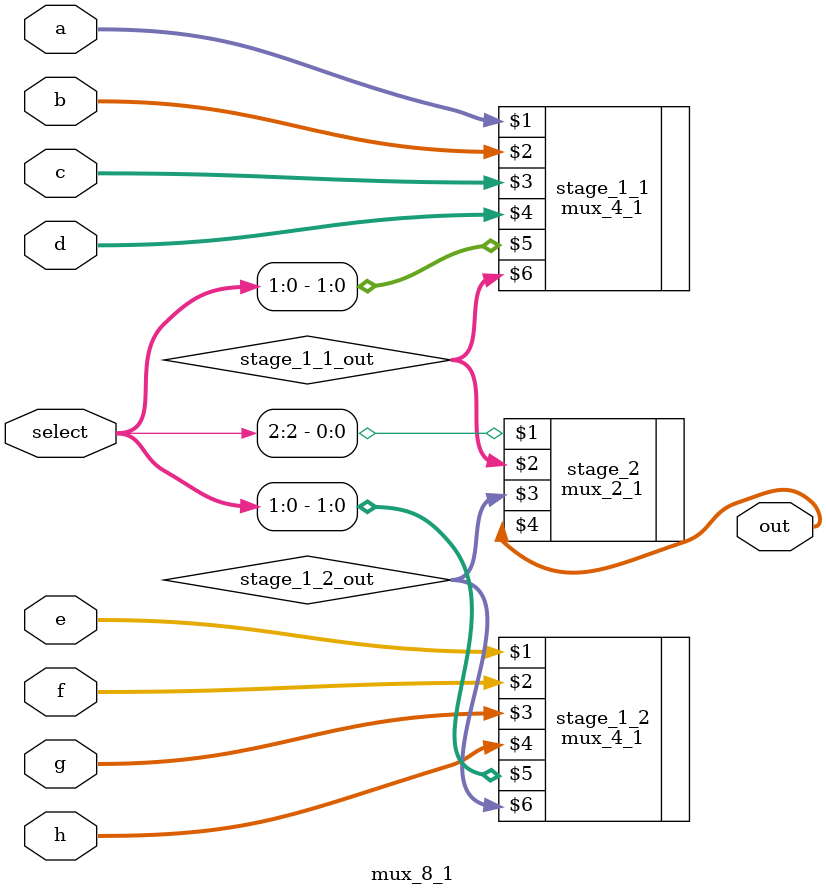
<source format=v>
module mux_8_1 #(parameter bus_size = 32)
	(input [bus_size-1:0] 		a,b,c,d,e,f,g,h,
		input [2:0] 				select,
		output [bus_size-1:0] out);

	wire [bus_size-1:0] stage_1_1_out;
	wire [bus_size-1:0] stage_1_2_out;
	
	mux_4_1 #(bus_size) stage_1_1(a,b,c,d,select[1:0], stage_1_1_out);
	mux_4_1 #(bus_size) stage_1_2(e,f,g,h,select[1:0], stage_1_2_out);
	
	mux_2_1 #(bus_size) stage_2(select[2],stage_1_1_out,stage_1_2_out, out);

endmodule


</source>
